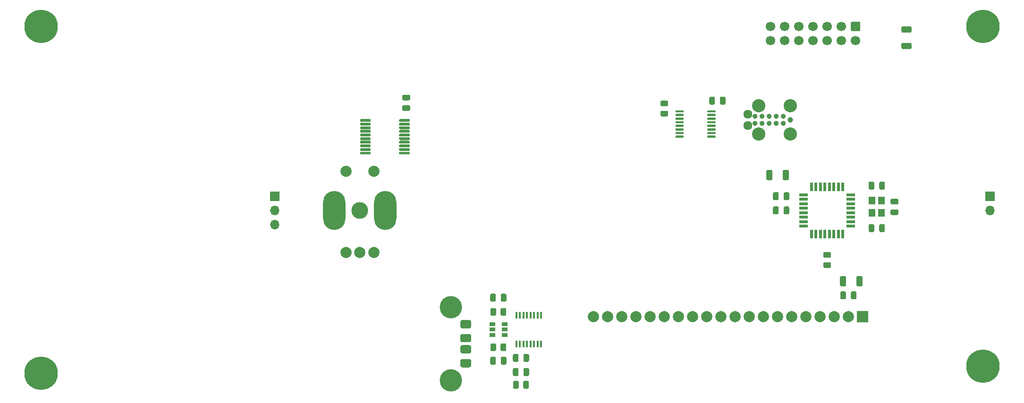
<source format=gbr>
%TF.GenerationSoftware,KiCad,Pcbnew,(5.1.8-0-10_14)*%
%TF.CreationDate,2021-12-04T19:42:54-08:00*%
%TF.ProjectId,Control,436f6e74-726f-46c2-9e6b-696361645f70,rev?*%
%TF.SameCoordinates,Original*%
%TF.FileFunction,Soldermask,Top*%
%TF.FilePolarity,Negative*%
%FSLAX46Y46*%
G04 Gerber Fmt 4.6, Leading zero omitted, Abs format (unit mm)*
G04 Created by KiCad (PCBNEW (5.1.8-0-10_14)) date 2021-12-04 19:42:54*
%MOMM*%
%LPD*%
G01*
G04 APERTURE LIST*
%ADD10C,3.000000*%
%ADD11O,4.000000X7.000000*%
%ADD12C,2.000000*%
%ADD13C,0.800000*%
%ADD14C,6.000000*%
%ADD15C,4.000000*%
%ADD16R,0.550000X1.600000*%
%ADD17R,1.600000X0.550000*%
%ADD18R,1.200000X1.400000*%
%ADD19R,1.060000X0.650000*%
%ADD20R,0.400000X1.200000*%
%ADD21O,1.700000X1.700000*%
%ADD22R,1.700000X1.700000*%
%ADD23C,1.700000*%
%ADD24C,0.990600*%
%ADD25C,2.374900*%
%ADD26C,1.612900*%
%ADD27R,2.000000X2.000000*%
G04 APERTURE END LIST*
D10*
%TO.C,SW1*%
X116840000Y-101600000D03*
D11*
X112290000Y-101600000D03*
X121390000Y-101600000D03*
D12*
X114340000Y-94600000D03*
X119340000Y-94600000D03*
X119340000Y-109100000D03*
X114340000Y-109100000D03*
X116840000Y-109100000D03*
%TD*%
D13*
%TO.C,H4*%
X230190990Y-127949010D03*
X228600000Y-127290000D03*
X227009010Y-127949010D03*
X226350000Y-129540000D03*
X227009010Y-131130990D03*
X228600000Y-131790000D03*
X230190990Y-131130990D03*
X230850000Y-129540000D03*
D14*
X228600000Y-129540000D03*
%TD*%
D13*
%TO.C,H3*%
X61280990Y-129219010D03*
X59690000Y-128560000D03*
X58099010Y-129219010D03*
X57440000Y-130810000D03*
X58099010Y-132400990D03*
X59690000Y-133060000D03*
X61280990Y-132400990D03*
X61940000Y-130810000D03*
D14*
X59690000Y-130810000D03*
%TD*%
D13*
%TO.C,H2*%
X230190990Y-66989010D03*
X228600000Y-66330000D03*
X227009010Y-66989010D03*
X226350000Y-68580000D03*
X227009010Y-70170990D03*
X228600000Y-70830000D03*
X230190990Y-70170990D03*
X230850000Y-68580000D03*
D14*
X228600000Y-68580000D03*
%TD*%
D13*
%TO.C,H1*%
X61280990Y-66989010D03*
X59690000Y-66330000D03*
X58099010Y-66989010D03*
X57440000Y-68580000D03*
X58099010Y-70170990D03*
X59690000Y-70830000D03*
X61280990Y-70170990D03*
X61940000Y-68580000D03*
D14*
X59690000Y-68580000D03*
%TD*%
D15*
%TO.C,USB1*%
X133134000Y-118943000D03*
X133134000Y-132083000D03*
G36*
G01*
X135219000Y-128263000D02*
X136469000Y-128263000D01*
G75*
G02*
X136844000Y-128638000I0J-375000D01*
G01*
X136844000Y-129388000D01*
G75*
G02*
X136469000Y-129763000I-375000J0D01*
G01*
X135219000Y-129763000D01*
G75*
G02*
X134844000Y-129388000I0J375000D01*
G01*
X134844000Y-128638000D01*
G75*
G02*
X135219000Y-128263000I375000J0D01*
G01*
G37*
G36*
G01*
X135219000Y-125763000D02*
X136469000Y-125763000D01*
G75*
G02*
X136844000Y-126138000I0J-375000D01*
G01*
X136844000Y-126888000D01*
G75*
G02*
X136469000Y-127263000I-375000J0D01*
G01*
X135219000Y-127263000D01*
G75*
G02*
X134844000Y-126888000I0J375000D01*
G01*
X134844000Y-126138000D01*
G75*
G02*
X135219000Y-125763000I375000J0D01*
G01*
G37*
G36*
G01*
X135219000Y-123763000D02*
X136469000Y-123763000D01*
G75*
G02*
X136844000Y-124138000I0J-375000D01*
G01*
X136844000Y-124888000D01*
G75*
G02*
X136469000Y-125263000I-375000J0D01*
G01*
X135219000Y-125263000D01*
G75*
G02*
X134844000Y-124888000I0J375000D01*
G01*
X134844000Y-124138000D01*
G75*
G02*
X135219000Y-123763000I375000J0D01*
G01*
G37*
G36*
G01*
X135219000Y-121263000D02*
X136469000Y-121263000D01*
G75*
G02*
X136844000Y-121638000I0J-375000D01*
G01*
X136844000Y-122388000D01*
G75*
G02*
X136469000Y-122763000I-375000J0D01*
G01*
X135219000Y-122763000D01*
G75*
G02*
X134844000Y-122388000I0J375000D01*
G01*
X134844000Y-121638000D01*
G75*
G02*
X135219000Y-121263000I375000J0D01*
G01*
G37*
%TD*%
%TO.C,C10*%
G36*
G01*
X124685000Y-82746000D02*
X125635000Y-82746000D01*
G75*
G02*
X125885000Y-82996000I0J-250000D01*
G01*
X125885000Y-83496000D01*
G75*
G02*
X125635000Y-83746000I-250000J0D01*
G01*
X124685000Y-83746000D01*
G75*
G02*
X124435000Y-83496000I0J250000D01*
G01*
X124435000Y-82996000D01*
G75*
G02*
X124685000Y-82746000I250000J0D01*
G01*
G37*
G36*
G01*
X124685000Y-80846000D02*
X125635000Y-80846000D01*
G75*
G02*
X125885000Y-81096000I0J-250000D01*
G01*
X125885000Y-81596000D01*
G75*
G02*
X125635000Y-81846000I-250000J0D01*
G01*
X124685000Y-81846000D01*
G75*
G02*
X124435000Y-81596000I0J250000D01*
G01*
X124435000Y-81096000D01*
G75*
G02*
X124685000Y-80846000I250000J0D01*
G01*
G37*
%TD*%
%TO.C,U3*%
G36*
G01*
X123900000Y-85592000D02*
X123900000Y-85342000D01*
G75*
G02*
X124025000Y-85217000I125000J0D01*
G01*
X125675000Y-85217000D01*
G75*
G02*
X125800000Y-85342000I0J-125000D01*
G01*
X125800000Y-85592000D01*
G75*
G02*
X125675000Y-85717000I-125000J0D01*
G01*
X124025000Y-85717000D01*
G75*
G02*
X123900000Y-85592000I0J125000D01*
G01*
G37*
G36*
G01*
X123900000Y-86242000D02*
X123900000Y-85992000D01*
G75*
G02*
X124025000Y-85867000I125000J0D01*
G01*
X125675000Y-85867000D01*
G75*
G02*
X125800000Y-85992000I0J-125000D01*
G01*
X125800000Y-86242000D01*
G75*
G02*
X125675000Y-86367000I-125000J0D01*
G01*
X124025000Y-86367000D01*
G75*
G02*
X123900000Y-86242000I0J125000D01*
G01*
G37*
G36*
G01*
X123900000Y-86892000D02*
X123900000Y-86642000D01*
G75*
G02*
X124025000Y-86517000I125000J0D01*
G01*
X125675000Y-86517000D01*
G75*
G02*
X125800000Y-86642000I0J-125000D01*
G01*
X125800000Y-86892000D01*
G75*
G02*
X125675000Y-87017000I-125000J0D01*
G01*
X124025000Y-87017000D01*
G75*
G02*
X123900000Y-86892000I0J125000D01*
G01*
G37*
G36*
G01*
X123900000Y-87542000D02*
X123900000Y-87292000D01*
G75*
G02*
X124025000Y-87167000I125000J0D01*
G01*
X125675000Y-87167000D01*
G75*
G02*
X125800000Y-87292000I0J-125000D01*
G01*
X125800000Y-87542000D01*
G75*
G02*
X125675000Y-87667000I-125000J0D01*
G01*
X124025000Y-87667000D01*
G75*
G02*
X123900000Y-87542000I0J125000D01*
G01*
G37*
G36*
G01*
X123900000Y-88192000D02*
X123900000Y-87942000D01*
G75*
G02*
X124025000Y-87817000I125000J0D01*
G01*
X125675000Y-87817000D01*
G75*
G02*
X125800000Y-87942000I0J-125000D01*
G01*
X125800000Y-88192000D01*
G75*
G02*
X125675000Y-88317000I-125000J0D01*
G01*
X124025000Y-88317000D01*
G75*
G02*
X123900000Y-88192000I0J125000D01*
G01*
G37*
G36*
G01*
X123900000Y-88842000D02*
X123900000Y-88592000D01*
G75*
G02*
X124025000Y-88467000I125000J0D01*
G01*
X125675000Y-88467000D01*
G75*
G02*
X125800000Y-88592000I0J-125000D01*
G01*
X125800000Y-88842000D01*
G75*
G02*
X125675000Y-88967000I-125000J0D01*
G01*
X124025000Y-88967000D01*
G75*
G02*
X123900000Y-88842000I0J125000D01*
G01*
G37*
G36*
G01*
X123900000Y-89492000D02*
X123900000Y-89242000D01*
G75*
G02*
X124025000Y-89117000I125000J0D01*
G01*
X125675000Y-89117000D01*
G75*
G02*
X125800000Y-89242000I0J-125000D01*
G01*
X125800000Y-89492000D01*
G75*
G02*
X125675000Y-89617000I-125000J0D01*
G01*
X124025000Y-89617000D01*
G75*
G02*
X123900000Y-89492000I0J125000D01*
G01*
G37*
G36*
G01*
X123900000Y-90142000D02*
X123900000Y-89892000D01*
G75*
G02*
X124025000Y-89767000I125000J0D01*
G01*
X125675000Y-89767000D01*
G75*
G02*
X125800000Y-89892000I0J-125000D01*
G01*
X125800000Y-90142000D01*
G75*
G02*
X125675000Y-90267000I-125000J0D01*
G01*
X124025000Y-90267000D01*
G75*
G02*
X123900000Y-90142000I0J125000D01*
G01*
G37*
G36*
G01*
X123900000Y-90792000D02*
X123900000Y-90542000D01*
G75*
G02*
X124025000Y-90417000I125000J0D01*
G01*
X125675000Y-90417000D01*
G75*
G02*
X125800000Y-90542000I0J-125000D01*
G01*
X125800000Y-90792000D01*
G75*
G02*
X125675000Y-90917000I-125000J0D01*
G01*
X124025000Y-90917000D01*
G75*
G02*
X123900000Y-90792000I0J125000D01*
G01*
G37*
G36*
G01*
X123900000Y-91442000D02*
X123900000Y-91192000D01*
G75*
G02*
X124025000Y-91067000I125000J0D01*
G01*
X125675000Y-91067000D01*
G75*
G02*
X125800000Y-91192000I0J-125000D01*
G01*
X125800000Y-91442000D01*
G75*
G02*
X125675000Y-91567000I-125000J0D01*
G01*
X124025000Y-91567000D01*
G75*
G02*
X123900000Y-91442000I0J125000D01*
G01*
G37*
G36*
G01*
X116900000Y-91442000D02*
X116900000Y-91192000D01*
G75*
G02*
X117025000Y-91067000I125000J0D01*
G01*
X118675000Y-91067000D01*
G75*
G02*
X118800000Y-91192000I0J-125000D01*
G01*
X118800000Y-91442000D01*
G75*
G02*
X118675000Y-91567000I-125000J0D01*
G01*
X117025000Y-91567000D01*
G75*
G02*
X116900000Y-91442000I0J125000D01*
G01*
G37*
G36*
G01*
X116900000Y-90792000D02*
X116900000Y-90542000D01*
G75*
G02*
X117025000Y-90417000I125000J0D01*
G01*
X118675000Y-90417000D01*
G75*
G02*
X118800000Y-90542000I0J-125000D01*
G01*
X118800000Y-90792000D01*
G75*
G02*
X118675000Y-90917000I-125000J0D01*
G01*
X117025000Y-90917000D01*
G75*
G02*
X116900000Y-90792000I0J125000D01*
G01*
G37*
G36*
G01*
X116900000Y-90142000D02*
X116900000Y-89892000D01*
G75*
G02*
X117025000Y-89767000I125000J0D01*
G01*
X118675000Y-89767000D01*
G75*
G02*
X118800000Y-89892000I0J-125000D01*
G01*
X118800000Y-90142000D01*
G75*
G02*
X118675000Y-90267000I-125000J0D01*
G01*
X117025000Y-90267000D01*
G75*
G02*
X116900000Y-90142000I0J125000D01*
G01*
G37*
G36*
G01*
X116900000Y-89492000D02*
X116900000Y-89242000D01*
G75*
G02*
X117025000Y-89117000I125000J0D01*
G01*
X118675000Y-89117000D01*
G75*
G02*
X118800000Y-89242000I0J-125000D01*
G01*
X118800000Y-89492000D01*
G75*
G02*
X118675000Y-89617000I-125000J0D01*
G01*
X117025000Y-89617000D01*
G75*
G02*
X116900000Y-89492000I0J125000D01*
G01*
G37*
G36*
G01*
X116900000Y-88842000D02*
X116900000Y-88592000D01*
G75*
G02*
X117025000Y-88467000I125000J0D01*
G01*
X118675000Y-88467000D01*
G75*
G02*
X118800000Y-88592000I0J-125000D01*
G01*
X118800000Y-88842000D01*
G75*
G02*
X118675000Y-88967000I-125000J0D01*
G01*
X117025000Y-88967000D01*
G75*
G02*
X116900000Y-88842000I0J125000D01*
G01*
G37*
G36*
G01*
X116900000Y-88192000D02*
X116900000Y-87942000D01*
G75*
G02*
X117025000Y-87817000I125000J0D01*
G01*
X118675000Y-87817000D01*
G75*
G02*
X118800000Y-87942000I0J-125000D01*
G01*
X118800000Y-88192000D01*
G75*
G02*
X118675000Y-88317000I-125000J0D01*
G01*
X117025000Y-88317000D01*
G75*
G02*
X116900000Y-88192000I0J125000D01*
G01*
G37*
G36*
G01*
X116900000Y-87542000D02*
X116900000Y-87292000D01*
G75*
G02*
X117025000Y-87167000I125000J0D01*
G01*
X118675000Y-87167000D01*
G75*
G02*
X118800000Y-87292000I0J-125000D01*
G01*
X118800000Y-87542000D01*
G75*
G02*
X118675000Y-87667000I-125000J0D01*
G01*
X117025000Y-87667000D01*
G75*
G02*
X116900000Y-87542000I0J125000D01*
G01*
G37*
G36*
G01*
X116900000Y-86892000D02*
X116900000Y-86642000D01*
G75*
G02*
X117025000Y-86517000I125000J0D01*
G01*
X118675000Y-86517000D01*
G75*
G02*
X118800000Y-86642000I0J-125000D01*
G01*
X118800000Y-86892000D01*
G75*
G02*
X118675000Y-87017000I-125000J0D01*
G01*
X117025000Y-87017000D01*
G75*
G02*
X116900000Y-86892000I0J125000D01*
G01*
G37*
G36*
G01*
X116900000Y-86242000D02*
X116900000Y-85992000D01*
G75*
G02*
X117025000Y-85867000I125000J0D01*
G01*
X118675000Y-85867000D01*
G75*
G02*
X118800000Y-85992000I0J-125000D01*
G01*
X118800000Y-86242000D01*
G75*
G02*
X118675000Y-86367000I-125000J0D01*
G01*
X117025000Y-86367000D01*
G75*
G02*
X116900000Y-86242000I0J125000D01*
G01*
G37*
G36*
G01*
X116900000Y-85592000D02*
X116900000Y-85342000D01*
G75*
G02*
X117025000Y-85217000I125000J0D01*
G01*
X118675000Y-85217000D01*
G75*
G02*
X118800000Y-85342000I0J-125000D01*
G01*
X118800000Y-85592000D01*
G75*
G02*
X118675000Y-85717000I-125000J0D01*
G01*
X117025000Y-85717000D01*
G75*
G02*
X116900000Y-85592000I0J125000D01*
G01*
G37*
%TD*%
%TO.C,C15*%
G36*
G01*
X210000000Y-105250000D02*
X210000000Y-104300000D01*
G75*
G02*
X210250000Y-104050000I250000J0D01*
G01*
X210750000Y-104050000D01*
G75*
G02*
X211000000Y-104300000I0J-250000D01*
G01*
X211000000Y-105250000D01*
G75*
G02*
X210750000Y-105500000I-250000J0D01*
G01*
X210250000Y-105500000D01*
G75*
G02*
X210000000Y-105250000I0J250000D01*
G01*
G37*
G36*
G01*
X208100000Y-105250000D02*
X208100000Y-104300000D01*
G75*
G02*
X208350000Y-104050000I250000J0D01*
G01*
X208850000Y-104050000D01*
G75*
G02*
X209100000Y-104300000I0J-250000D01*
G01*
X209100000Y-105250000D01*
G75*
G02*
X208850000Y-105500000I-250000J0D01*
G01*
X208350000Y-105500000D01*
G75*
G02*
X208100000Y-105250000I0J250000D01*
G01*
G37*
%TD*%
D16*
%TO.C,U4*%
X203460000Y-105850000D03*
X202660000Y-105850000D03*
X201860000Y-105850000D03*
X201060000Y-105850000D03*
X200260000Y-105850000D03*
X199460000Y-105850000D03*
X198660000Y-105850000D03*
X197860000Y-105850000D03*
D17*
X196410000Y-104400000D03*
X196410000Y-103600000D03*
X196410000Y-102800000D03*
X196410000Y-102000000D03*
X196410000Y-101200000D03*
X196410000Y-100400000D03*
X196410000Y-99600000D03*
X196410000Y-98800000D03*
D16*
X197860000Y-97350000D03*
X198660000Y-97350000D03*
X199460000Y-97350000D03*
X200260000Y-97350000D03*
X201060000Y-97350000D03*
X201860000Y-97350000D03*
X202660000Y-97350000D03*
X203460000Y-97350000D03*
D17*
X204910000Y-98800000D03*
X204910000Y-99600000D03*
X204910000Y-100400000D03*
X204910000Y-101200000D03*
X204910000Y-102000000D03*
X204910000Y-102800000D03*
X204910000Y-103600000D03*
X204910000Y-104400000D03*
%TD*%
D18*
%TO.C,Y1*%
X208700000Y-102065000D03*
X208700000Y-99865000D03*
X210400000Y-99865000D03*
X210400000Y-102065000D03*
%TD*%
D19*
%TO.C,U5*%
X140586000Y-122973000D03*
X140586000Y-123923000D03*
X140586000Y-122023000D03*
X142786000Y-122023000D03*
X142786000Y-122973000D03*
X142786000Y-123923000D03*
%TD*%
D20*
%TO.C,U2*%
X149369500Y-125573000D03*
X148734500Y-125573000D03*
X148099500Y-125573000D03*
X147464500Y-125573000D03*
X146829500Y-125573000D03*
X146194500Y-125573000D03*
X145559500Y-125573000D03*
X144924500Y-125573000D03*
X144924500Y-120373000D03*
X145559500Y-120373000D03*
X146194500Y-120373000D03*
X146829500Y-120373000D03*
X147464500Y-120373000D03*
X148099500Y-120373000D03*
X148734500Y-120373000D03*
X149369500Y-120373000D03*
%TD*%
%TO.C,U1*%
G36*
G01*
X179163000Y-83931000D02*
X179163000Y-83731000D01*
G75*
G02*
X179263000Y-83631000I100000J0D01*
G01*
X180538000Y-83631000D01*
G75*
G02*
X180638000Y-83731000I0J-100000D01*
G01*
X180638000Y-83931000D01*
G75*
G02*
X180538000Y-84031000I-100000J0D01*
G01*
X179263000Y-84031000D01*
G75*
G02*
X179163000Y-83931000I0J100000D01*
G01*
G37*
G36*
G01*
X179163000Y-84581000D02*
X179163000Y-84381000D01*
G75*
G02*
X179263000Y-84281000I100000J0D01*
G01*
X180538000Y-84281000D01*
G75*
G02*
X180638000Y-84381000I0J-100000D01*
G01*
X180638000Y-84581000D01*
G75*
G02*
X180538000Y-84681000I-100000J0D01*
G01*
X179263000Y-84681000D01*
G75*
G02*
X179163000Y-84581000I0J100000D01*
G01*
G37*
G36*
G01*
X179163000Y-85231000D02*
X179163000Y-85031000D01*
G75*
G02*
X179263000Y-84931000I100000J0D01*
G01*
X180538000Y-84931000D01*
G75*
G02*
X180638000Y-85031000I0J-100000D01*
G01*
X180638000Y-85231000D01*
G75*
G02*
X180538000Y-85331000I-100000J0D01*
G01*
X179263000Y-85331000D01*
G75*
G02*
X179163000Y-85231000I0J100000D01*
G01*
G37*
G36*
G01*
X179163000Y-85881000D02*
X179163000Y-85681000D01*
G75*
G02*
X179263000Y-85581000I100000J0D01*
G01*
X180538000Y-85581000D01*
G75*
G02*
X180638000Y-85681000I0J-100000D01*
G01*
X180638000Y-85881000D01*
G75*
G02*
X180538000Y-85981000I-100000J0D01*
G01*
X179263000Y-85981000D01*
G75*
G02*
X179163000Y-85881000I0J100000D01*
G01*
G37*
G36*
G01*
X179163000Y-86531000D02*
X179163000Y-86331000D01*
G75*
G02*
X179263000Y-86231000I100000J0D01*
G01*
X180538000Y-86231000D01*
G75*
G02*
X180638000Y-86331000I0J-100000D01*
G01*
X180638000Y-86531000D01*
G75*
G02*
X180538000Y-86631000I-100000J0D01*
G01*
X179263000Y-86631000D01*
G75*
G02*
X179163000Y-86531000I0J100000D01*
G01*
G37*
G36*
G01*
X179163000Y-87181000D02*
X179163000Y-86981000D01*
G75*
G02*
X179263000Y-86881000I100000J0D01*
G01*
X180538000Y-86881000D01*
G75*
G02*
X180638000Y-86981000I0J-100000D01*
G01*
X180638000Y-87181000D01*
G75*
G02*
X180538000Y-87281000I-100000J0D01*
G01*
X179263000Y-87281000D01*
G75*
G02*
X179163000Y-87181000I0J100000D01*
G01*
G37*
G36*
G01*
X179163000Y-87831000D02*
X179163000Y-87631000D01*
G75*
G02*
X179263000Y-87531000I100000J0D01*
G01*
X180538000Y-87531000D01*
G75*
G02*
X180638000Y-87631000I0J-100000D01*
G01*
X180638000Y-87831000D01*
G75*
G02*
X180538000Y-87931000I-100000J0D01*
G01*
X179263000Y-87931000D01*
G75*
G02*
X179163000Y-87831000I0J100000D01*
G01*
G37*
G36*
G01*
X179163000Y-88481000D02*
X179163000Y-88281000D01*
G75*
G02*
X179263000Y-88181000I100000J0D01*
G01*
X180538000Y-88181000D01*
G75*
G02*
X180638000Y-88281000I0J-100000D01*
G01*
X180638000Y-88481000D01*
G75*
G02*
X180538000Y-88581000I-100000J0D01*
G01*
X179263000Y-88581000D01*
G75*
G02*
X179163000Y-88481000I0J100000D01*
G01*
G37*
G36*
G01*
X173438000Y-88481000D02*
X173438000Y-88281000D01*
G75*
G02*
X173538000Y-88181000I100000J0D01*
G01*
X174813000Y-88181000D01*
G75*
G02*
X174913000Y-88281000I0J-100000D01*
G01*
X174913000Y-88481000D01*
G75*
G02*
X174813000Y-88581000I-100000J0D01*
G01*
X173538000Y-88581000D01*
G75*
G02*
X173438000Y-88481000I0J100000D01*
G01*
G37*
G36*
G01*
X173438000Y-87831000D02*
X173438000Y-87631000D01*
G75*
G02*
X173538000Y-87531000I100000J0D01*
G01*
X174813000Y-87531000D01*
G75*
G02*
X174913000Y-87631000I0J-100000D01*
G01*
X174913000Y-87831000D01*
G75*
G02*
X174813000Y-87931000I-100000J0D01*
G01*
X173538000Y-87931000D01*
G75*
G02*
X173438000Y-87831000I0J100000D01*
G01*
G37*
G36*
G01*
X173438000Y-87181000D02*
X173438000Y-86981000D01*
G75*
G02*
X173538000Y-86881000I100000J0D01*
G01*
X174813000Y-86881000D01*
G75*
G02*
X174913000Y-86981000I0J-100000D01*
G01*
X174913000Y-87181000D01*
G75*
G02*
X174813000Y-87281000I-100000J0D01*
G01*
X173538000Y-87281000D01*
G75*
G02*
X173438000Y-87181000I0J100000D01*
G01*
G37*
G36*
G01*
X173438000Y-86531000D02*
X173438000Y-86331000D01*
G75*
G02*
X173538000Y-86231000I100000J0D01*
G01*
X174813000Y-86231000D01*
G75*
G02*
X174913000Y-86331000I0J-100000D01*
G01*
X174913000Y-86531000D01*
G75*
G02*
X174813000Y-86631000I-100000J0D01*
G01*
X173538000Y-86631000D01*
G75*
G02*
X173438000Y-86531000I0J100000D01*
G01*
G37*
G36*
G01*
X173438000Y-85881000D02*
X173438000Y-85681000D01*
G75*
G02*
X173538000Y-85581000I100000J0D01*
G01*
X174813000Y-85581000D01*
G75*
G02*
X174913000Y-85681000I0J-100000D01*
G01*
X174913000Y-85881000D01*
G75*
G02*
X174813000Y-85981000I-100000J0D01*
G01*
X173538000Y-85981000D01*
G75*
G02*
X173438000Y-85881000I0J100000D01*
G01*
G37*
G36*
G01*
X173438000Y-85231000D02*
X173438000Y-85031000D01*
G75*
G02*
X173538000Y-84931000I100000J0D01*
G01*
X174813000Y-84931000D01*
G75*
G02*
X174913000Y-85031000I0J-100000D01*
G01*
X174913000Y-85231000D01*
G75*
G02*
X174813000Y-85331000I-100000J0D01*
G01*
X173538000Y-85331000D01*
G75*
G02*
X173438000Y-85231000I0J100000D01*
G01*
G37*
G36*
G01*
X173438000Y-84581000D02*
X173438000Y-84381000D01*
G75*
G02*
X173538000Y-84281000I100000J0D01*
G01*
X174813000Y-84281000D01*
G75*
G02*
X174913000Y-84381000I0J-100000D01*
G01*
X174913000Y-84581000D01*
G75*
G02*
X174813000Y-84681000I-100000J0D01*
G01*
X173538000Y-84681000D01*
G75*
G02*
X173438000Y-84581000I0J100000D01*
G01*
G37*
G36*
G01*
X173438000Y-83931000D02*
X173438000Y-83731000D01*
G75*
G02*
X173538000Y-83631000I100000J0D01*
G01*
X174813000Y-83631000D01*
G75*
G02*
X174913000Y-83731000I0J-100000D01*
G01*
X174913000Y-83931000D01*
G75*
G02*
X174813000Y-84031000I-100000J0D01*
G01*
X173538000Y-84031000D01*
G75*
G02*
X173438000Y-83931000I0J100000D01*
G01*
G37*
%TD*%
D21*
%TO.C,SW3*%
X101600000Y-104140000D03*
X101600000Y-101600000D03*
D22*
X101600000Y-99060000D03*
%TD*%
D21*
%TO.C,SW2*%
X229870000Y-101600000D03*
D22*
X229870000Y-99060000D03*
%TD*%
%TO.C,R7*%
G36*
G01*
X142086000Y-126598001D02*
X142086000Y-125697999D01*
G75*
G02*
X142335999Y-125448000I249999J0D01*
G01*
X142861001Y-125448000D01*
G75*
G02*
X143111000Y-125697999I0J-249999D01*
G01*
X143111000Y-126598001D01*
G75*
G02*
X142861001Y-126848000I-249999J0D01*
G01*
X142335999Y-126848000D01*
G75*
G02*
X142086000Y-126598001I0J249999D01*
G01*
G37*
G36*
G01*
X140261000Y-126598001D02*
X140261000Y-125697999D01*
G75*
G02*
X140510999Y-125448000I249999J0D01*
G01*
X141036001Y-125448000D01*
G75*
G02*
X141286000Y-125697999I0J-249999D01*
G01*
X141286000Y-126598001D01*
G75*
G02*
X141036001Y-126848000I-249999J0D01*
G01*
X140510999Y-126848000D01*
G75*
G02*
X140261000Y-126598001I0J249999D01*
G01*
G37*
%TD*%
%TO.C,R6*%
G36*
G01*
X142086000Y-120248001D02*
X142086000Y-119347999D01*
G75*
G02*
X142335999Y-119098000I249999J0D01*
G01*
X142861001Y-119098000D01*
G75*
G02*
X143111000Y-119347999I0J-249999D01*
G01*
X143111000Y-120248001D01*
G75*
G02*
X142861001Y-120498000I-249999J0D01*
G01*
X142335999Y-120498000D01*
G75*
G02*
X142086000Y-120248001I0J249999D01*
G01*
G37*
G36*
G01*
X140261000Y-120248001D02*
X140261000Y-119347999D01*
G75*
G02*
X140510999Y-119098000I249999J0D01*
G01*
X141036001Y-119098000D01*
G75*
G02*
X141286000Y-119347999I0J-249999D01*
G01*
X141286000Y-120248001D01*
G75*
G02*
X141036001Y-120498000I-249999J0D01*
G01*
X140510999Y-120498000D01*
G75*
G02*
X140261000Y-120248001I0J249999D01*
G01*
G37*
%TD*%
%TO.C,R3*%
G36*
G01*
X201110001Y-110090000D02*
X200209999Y-110090000D01*
G75*
G02*
X199960000Y-109840001I0J249999D01*
G01*
X199960000Y-109314999D01*
G75*
G02*
X200209999Y-109065000I249999J0D01*
G01*
X201110001Y-109065000D01*
G75*
G02*
X201360000Y-109314999I0J-249999D01*
G01*
X201360000Y-109840001D01*
G75*
G02*
X201110001Y-110090000I-249999J0D01*
G01*
G37*
G36*
G01*
X201110001Y-111915000D02*
X200209999Y-111915000D01*
G75*
G02*
X199960000Y-111665001I0J249999D01*
G01*
X199960000Y-111139999D01*
G75*
G02*
X200209999Y-110890000I249999J0D01*
G01*
X201110001Y-110890000D01*
G75*
G02*
X201360000Y-111139999I0J-249999D01*
G01*
X201360000Y-111665001D01*
G75*
G02*
X201110001Y-111915000I-249999J0D01*
G01*
G37*
%TD*%
%TO.C,R2*%
G36*
G01*
X146150000Y-133329001D02*
X146150000Y-132428999D01*
G75*
G02*
X146399999Y-132179000I249999J0D01*
G01*
X146925001Y-132179000D01*
G75*
G02*
X147175000Y-132428999I0J-249999D01*
G01*
X147175000Y-133329001D01*
G75*
G02*
X146925001Y-133579000I-249999J0D01*
G01*
X146399999Y-133579000D01*
G75*
G02*
X146150000Y-133329001I0J249999D01*
G01*
G37*
G36*
G01*
X144325000Y-133329001D02*
X144325000Y-132428999D01*
G75*
G02*
X144574999Y-132179000I249999J0D01*
G01*
X145100001Y-132179000D01*
G75*
G02*
X145350000Y-132428999I0J-249999D01*
G01*
X145350000Y-133329001D01*
G75*
G02*
X145100001Y-133579000I-249999J0D01*
G01*
X144574999Y-133579000D01*
G75*
G02*
X144325000Y-133329001I0J249999D01*
G01*
G37*
%TD*%
%TO.C,R1*%
G36*
G01*
X171900001Y-82912000D02*
X170999999Y-82912000D01*
G75*
G02*
X170750000Y-82662001I0J249999D01*
G01*
X170750000Y-82136999D01*
G75*
G02*
X170999999Y-81887000I249999J0D01*
G01*
X171900001Y-81887000D01*
G75*
G02*
X172150000Y-82136999I0J-249999D01*
G01*
X172150000Y-82662001D01*
G75*
G02*
X171900001Y-82912000I-249999J0D01*
G01*
G37*
G36*
G01*
X171900001Y-84737000D02*
X170999999Y-84737000D01*
G75*
G02*
X170750000Y-84487001I0J249999D01*
G01*
X170750000Y-83961999D01*
G75*
G02*
X170999999Y-83712000I249999J0D01*
G01*
X171900001Y-83712000D01*
G75*
G02*
X172150000Y-83961999I0J-249999D01*
G01*
X172150000Y-84487001D01*
G75*
G02*
X171900001Y-84737000I-249999J0D01*
G01*
G37*
%TD*%
D23*
%TO.C,MCU1*%
X190500000Y-71120000D03*
X193040000Y-71120000D03*
X195580000Y-71120000D03*
X198120000Y-71120000D03*
X200660000Y-71120000D03*
X203200000Y-71120000D03*
X205740000Y-71120000D03*
X190500000Y-68580000D03*
X193040000Y-68580000D03*
X195580000Y-68580000D03*
X198120000Y-68580000D03*
X200660000Y-68580000D03*
X203200000Y-68580000D03*
G36*
G01*
X205140000Y-67730000D02*
X206340000Y-67730000D01*
G75*
G02*
X206590000Y-67980000I0J-250000D01*
G01*
X206590000Y-69180000D01*
G75*
G02*
X206340000Y-69430000I-250000J0D01*
G01*
X205140000Y-69430000D01*
G75*
G02*
X204890000Y-69180000I0J250000D01*
G01*
X204890000Y-67980000D01*
G75*
G02*
X205140000Y-67730000I250000J0D01*
G01*
G37*
%TD*%
%TO.C,ISP1*%
G36*
G01*
X193243200Y-85979000D02*
X193243200Y-85979000D01*
G75*
G02*
X192786000Y-86436200I-457200J0D01*
G01*
X192786000Y-86436200D01*
G75*
G02*
X192328800Y-85979000I0J457200D01*
G01*
X192328800Y-85979000D01*
G75*
G02*
X192786000Y-85521800I457200J0D01*
G01*
X192786000Y-85521800D01*
G75*
G02*
X193243200Y-85979000I0J-457200D01*
G01*
G37*
D24*
X194056000Y-85344000D03*
G36*
G01*
X193243200Y-84709000D02*
X193243200Y-84709000D01*
G75*
G02*
X192786000Y-85166200I-457200J0D01*
G01*
X192786000Y-85166200D01*
G75*
G02*
X192328800Y-84709000I0J457200D01*
G01*
X192328800Y-84709000D01*
G75*
G02*
X192786000Y-84251800I457200J0D01*
G01*
X192786000Y-84251800D01*
G75*
G02*
X193243200Y-84709000I0J-457200D01*
G01*
G37*
G36*
G01*
X191973200Y-85979000D02*
X191973200Y-85979000D01*
G75*
G02*
X191516000Y-86436200I-457200J0D01*
G01*
X191516000Y-86436200D01*
G75*
G02*
X191058800Y-85979000I0J457200D01*
G01*
X191058800Y-85979000D01*
G75*
G02*
X191516000Y-85521800I457200J0D01*
G01*
X191516000Y-85521800D01*
G75*
G02*
X191973200Y-85979000I0J-457200D01*
G01*
G37*
G36*
G01*
X190703200Y-85979000D02*
X190703200Y-85979000D01*
G75*
G02*
X190246000Y-86436200I-457200J0D01*
G01*
X190246000Y-86436200D01*
G75*
G02*
X189788800Y-85979000I0J457200D01*
G01*
X189788800Y-85979000D01*
G75*
G02*
X190246000Y-85521800I457200J0D01*
G01*
X190246000Y-85521800D01*
G75*
G02*
X190703200Y-85979000I0J-457200D01*
G01*
G37*
G36*
G01*
X189433200Y-85979000D02*
X189433200Y-85979000D01*
G75*
G02*
X188976000Y-86436200I-457200J0D01*
G01*
X188976000Y-86436200D01*
G75*
G02*
X188518800Y-85979000I0J457200D01*
G01*
X188518800Y-85979000D01*
G75*
G02*
X188976000Y-85521800I457200J0D01*
G01*
X188976000Y-85521800D01*
G75*
G02*
X189433200Y-85979000I0J-457200D01*
G01*
G37*
G36*
G01*
X188163200Y-85979000D02*
X188163200Y-85979000D01*
G75*
G02*
X187706000Y-86436200I-457200J0D01*
G01*
X187706000Y-86436200D01*
G75*
G02*
X187248800Y-85979000I0J457200D01*
G01*
X187248800Y-85979000D01*
G75*
G02*
X187706000Y-85521800I457200J0D01*
G01*
X187706000Y-85521800D01*
G75*
G02*
X188163200Y-85979000I0J-457200D01*
G01*
G37*
G36*
G01*
X191973200Y-84709000D02*
X191973200Y-84709000D01*
G75*
G02*
X191516000Y-85166200I-457200J0D01*
G01*
X191516000Y-85166200D01*
G75*
G02*
X191058800Y-84709000I0J457200D01*
G01*
X191058800Y-84709000D01*
G75*
G02*
X191516000Y-84251800I457200J0D01*
G01*
X191516000Y-84251800D01*
G75*
G02*
X191973200Y-84709000I0J-457200D01*
G01*
G37*
G36*
G01*
X190703200Y-84709000D02*
X190703200Y-84709000D01*
G75*
G02*
X190246000Y-85166200I-457200J0D01*
G01*
X190246000Y-85166200D01*
G75*
G02*
X189788800Y-84709000I0J457200D01*
G01*
X189788800Y-84709000D01*
G75*
G02*
X190246000Y-84251800I457200J0D01*
G01*
X190246000Y-84251800D01*
G75*
G02*
X190703200Y-84709000I0J-457200D01*
G01*
G37*
G36*
G01*
X189433200Y-84709000D02*
X189433200Y-84709000D01*
G75*
G02*
X188976000Y-85166200I-457200J0D01*
G01*
X188976000Y-85166200D01*
G75*
G02*
X188518800Y-84709000I0J457200D01*
G01*
X188518800Y-84709000D01*
G75*
G02*
X188976000Y-84251800I457200J0D01*
G01*
X188976000Y-84251800D01*
G75*
G02*
X189433200Y-84709000I0J-457200D01*
G01*
G37*
G36*
G01*
X188163200Y-84709000D02*
X188163200Y-84709000D01*
G75*
G02*
X187706000Y-85166200I-457200J0D01*
G01*
X187706000Y-85166200D01*
G75*
G02*
X187248800Y-84709000I0J457200D01*
G01*
X187248800Y-84709000D01*
G75*
G02*
X187706000Y-84251800I457200J0D01*
G01*
X187706000Y-84251800D01*
G75*
G02*
X188163200Y-84709000I0J-457200D01*
G01*
G37*
D25*
X188341000Y-87884000D03*
X194056000Y-87884000D03*
X194056000Y-82804000D03*
X188341000Y-82804000D03*
D26*
X186436000Y-86360000D03*
X186436000Y-84328000D03*
%TD*%
D12*
%TO.C,DISP1*%
X158750000Y-120650000D03*
X161290000Y-120650000D03*
X163830000Y-120650000D03*
X166370000Y-120650000D03*
X168910000Y-120650000D03*
X171450000Y-120650000D03*
X173990000Y-120650000D03*
X176530000Y-120650000D03*
X179070000Y-120650000D03*
X181610000Y-120650000D03*
D27*
X207010000Y-120650000D03*
D12*
X204470000Y-120650000D03*
X201930000Y-120650000D03*
X199390000Y-120650000D03*
X196850000Y-120650000D03*
X194310000Y-120650000D03*
X191770000Y-120650000D03*
X189230000Y-120650000D03*
X186690000Y-120650000D03*
X184150000Y-120650000D03*
%TD*%
%TO.C,C14*%
G36*
G01*
X190870000Y-94599999D02*
X190870000Y-95900001D01*
G75*
G02*
X190620001Y-96150000I-249999J0D01*
G01*
X189969999Y-96150000D01*
G75*
G02*
X189720000Y-95900001I0J249999D01*
G01*
X189720000Y-94599999D01*
G75*
G02*
X189969999Y-94350000I249999J0D01*
G01*
X190620001Y-94350000D01*
G75*
G02*
X190870000Y-94599999I0J-249999D01*
G01*
G37*
G36*
G01*
X193820000Y-94599999D02*
X193820000Y-95900001D01*
G75*
G02*
X193570001Y-96150000I-249999J0D01*
G01*
X192919999Y-96150000D01*
G75*
G02*
X192670000Y-95900001I0J249999D01*
G01*
X192670000Y-94599999D01*
G75*
G02*
X192919999Y-94350000I249999J0D01*
G01*
X193570001Y-94350000D01*
G75*
G02*
X193820000Y-94599999I0J-249999D01*
G01*
G37*
%TD*%
%TO.C,C13*%
G36*
G01*
X205878000Y-114950001D02*
X205878000Y-113649999D01*
G75*
G02*
X206127999Y-113400000I249999J0D01*
G01*
X206778001Y-113400000D01*
G75*
G02*
X207028000Y-113649999I0J-249999D01*
G01*
X207028000Y-114950001D01*
G75*
G02*
X206778001Y-115200000I-249999J0D01*
G01*
X206127999Y-115200000D01*
G75*
G02*
X205878000Y-114950001I0J249999D01*
G01*
G37*
G36*
G01*
X202928000Y-114950001D02*
X202928000Y-113649999D01*
G75*
G02*
X203177999Y-113400000I249999J0D01*
G01*
X203828001Y-113400000D01*
G75*
G02*
X204078000Y-113649999I0J-249999D01*
G01*
X204078000Y-114950001D01*
G75*
G02*
X203828001Y-115200000I-249999J0D01*
G01*
X203177999Y-115200000D01*
G75*
G02*
X202928000Y-114950001I0J249999D01*
G01*
G37*
%TD*%
%TO.C,C12*%
G36*
G01*
X214233999Y-71512000D02*
X215534001Y-71512000D01*
G75*
G02*
X215784000Y-71761999I0J-249999D01*
G01*
X215784000Y-72412001D01*
G75*
G02*
X215534001Y-72662000I-249999J0D01*
G01*
X214233999Y-72662000D01*
G75*
G02*
X213984000Y-72412001I0J249999D01*
G01*
X213984000Y-71761999D01*
G75*
G02*
X214233999Y-71512000I249999J0D01*
G01*
G37*
G36*
G01*
X214233999Y-68562000D02*
X215534001Y-68562000D01*
G75*
G02*
X215784000Y-68811999I0J-249999D01*
G01*
X215784000Y-69462001D01*
G75*
G02*
X215534001Y-69712000I-249999J0D01*
G01*
X214233999Y-69712000D01*
G75*
G02*
X213984000Y-69462001I0J249999D01*
G01*
X213984000Y-68811999D01*
G75*
G02*
X214233999Y-68562000I249999J0D01*
G01*
G37*
%TD*%
%TO.C,C11*%
G36*
G01*
X192855000Y-99535000D02*
X192855000Y-98585000D01*
G75*
G02*
X193105000Y-98335000I250000J0D01*
G01*
X193605000Y-98335000D01*
G75*
G02*
X193855000Y-98585000I0J-250000D01*
G01*
X193855000Y-99535000D01*
G75*
G02*
X193605000Y-99785000I-250000J0D01*
G01*
X193105000Y-99785000D01*
G75*
G02*
X192855000Y-99535000I0J250000D01*
G01*
G37*
G36*
G01*
X190955000Y-99535000D02*
X190955000Y-98585000D01*
G75*
G02*
X191205000Y-98335000I250000J0D01*
G01*
X191705000Y-98335000D01*
G75*
G02*
X191955000Y-98585000I0J-250000D01*
G01*
X191955000Y-99535000D01*
G75*
G02*
X191705000Y-99785000I-250000J0D01*
G01*
X191205000Y-99785000D01*
G75*
G02*
X190955000Y-99535000I0J250000D01*
G01*
G37*
%TD*%
%TO.C,C9*%
G36*
G01*
X191955000Y-101125000D02*
X191955000Y-102075000D01*
G75*
G02*
X191705000Y-102325000I-250000J0D01*
G01*
X191205000Y-102325000D01*
G75*
G02*
X190955000Y-102075000I0J250000D01*
G01*
X190955000Y-101125000D01*
G75*
G02*
X191205000Y-100875000I250000J0D01*
G01*
X191705000Y-100875000D01*
G75*
G02*
X191955000Y-101125000I0J-250000D01*
G01*
G37*
G36*
G01*
X193855000Y-101125000D02*
X193855000Y-102075000D01*
G75*
G02*
X193605000Y-102325000I-250000J0D01*
G01*
X193105000Y-102325000D01*
G75*
G02*
X192855000Y-102075000I0J250000D01*
G01*
X192855000Y-101125000D01*
G75*
G02*
X193105000Y-100875000I250000J0D01*
G01*
X193605000Y-100875000D01*
G75*
G02*
X193855000Y-101125000I0J-250000D01*
G01*
G37*
%TD*%
%TO.C,C8*%
G36*
G01*
X209100000Y-96680000D02*
X209100000Y-97630000D01*
G75*
G02*
X208850000Y-97880000I-250000J0D01*
G01*
X208350000Y-97880000D01*
G75*
G02*
X208100000Y-97630000I0J250000D01*
G01*
X208100000Y-96680000D01*
G75*
G02*
X208350000Y-96430000I250000J0D01*
G01*
X208850000Y-96430000D01*
G75*
G02*
X209100000Y-96680000I0J-250000D01*
G01*
G37*
G36*
G01*
X211000000Y-96680000D02*
X211000000Y-97630000D01*
G75*
G02*
X210750000Y-97880000I-250000J0D01*
G01*
X210250000Y-97880000D01*
G75*
G02*
X210000000Y-97630000I0J250000D01*
G01*
X210000000Y-96680000D01*
G75*
G02*
X210250000Y-96430000I250000J0D01*
G01*
X210750000Y-96430000D01*
G75*
G02*
X211000000Y-96680000I0J-250000D01*
G01*
G37*
%TD*%
%TO.C,C7*%
G36*
G01*
X213200000Y-100515000D02*
X212250000Y-100515000D01*
G75*
G02*
X212000000Y-100265000I0J250000D01*
G01*
X212000000Y-99765000D01*
G75*
G02*
X212250000Y-99515000I250000J0D01*
G01*
X213200000Y-99515000D01*
G75*
G02*
X213450000Y-99765000I0J-250000D01*
G01*
X213450000Y-100265000D01*
G75*
G02*
X213200000Y-100515000I-250000J0D01*
G01*
G37*
G36*
G01*
X213200000Y-102415000D02*
X212250000Y-102415000D01*
G75*
G02*
X212000000Y-102165000I0J250000D01*
G01*
X212000000Y-101665000D01*
G75*
G02*
X212250000Y-101415000I250000J0D01*
G01*
X213200000Y-101415000D01*
G75*
G02*
X213450000Y-101665000I0J-250000D01*
G01*
X213450000Y-102165000D01*
G75*
G02*
X213200000Y-102415000I-250000J0D01*
G01*
G37*
%TD*%
%TO.C,C6*%
G36*
G01*
X145300000Y-130118000D02*
X145300000Y-131068000D01*
G75*
G02*
X145050000Y-131318000I-250000J0D01*
G01*
X144550000Y-131318000D01*
G75*
G02*
X144300000Y-131068000I0J250000D01*
G01*
X144300000Y-130118000D01*
G75*
G02*
X144550000Y-129868000I250000J0D01*
G01*
X145050000Y-129868000D01*
G75*
G02*
X145300000Y-130118000I0J-250000D01*
G01*
G37*
G36*
G01*
X147200000Y-130118000D02*
X147200000Y-131068000D01*
G75*
G02*
X146950000Y-131318000I-250000J0D01*
G01*
X146450000Y-131318000D01*
G75*
G02*
X146200000Y-131068000I0J250000D01*
G01*
X146200000Y-130118000D01*
G75*
G02*
X146450000Y-129868000I250000J0D01*
G01*
X146950000Y-129868000D01*
G75*
G02*
X147200000Y-130118000I0J-250000D01*
G01*
G37*
%TD*%
%TO.C,C5*%
G36*
G01*
X204020000Y-116365000D02*
X204020000Y-117315000D01*
G75*
G02*
X203770000Y-117565000I-250000J0D01*
G01*
X203270000Y-117565000D01*
G75*
G02*
X203020000Y-117315000I0J250000D01*
G01*
X203020000Y-116365000D01*
G75*
G02*
X203270000Y-116115000I250000J0D01*
G01*
X203770000Y-116115000D01*
G75*
G02*
X204020000Y-116365000I0J-250000D01*
G01*
G37*
G36*
G01*
X205920000Y-116365000D02*
X205920000Y-117315000D01*
G75*
G02*
X205670000Y-117565000I-250000J0D01*
G01*
X205170000Y-117565000D01*
G75*
G02*
X204920000Y-117315000I0J250000D01*
G01*
X204920000Y-116365000D01*
G75*
G02*
X205170000Y-116115000I250000J0D01*
G01*
X205670000Y-116115000D01*
G75*
G02*
X205920000Y-116365000I0J-250000D01*
G01*
G37*
%TD*%
%TO.C,C4*%
G36*
G01*
X145300000Y-127578000D02*
X145300000Y-128528000D01*
G75*
G02*
X145050000Y-128778000I-250000J0D01*
G01*
X144550000Y-128778000D01*
G75*
G02*
X144300000Y-128528000I0J250000D01*
G01*
X144300000Y-127578000D01*
G75*
G02*
X144550000Y-127328000I250000J0D01*
G01*
X145050000Y-127328000D01*
G75*
G02*
X145300000Y-127578000I0J-250000D01*
G01*
G37*
G36*
G01*
X147200000Y-127578000D02*
X147200000Y-128528000D01*
G75*
G02*
X146950000Y-128778000I-250000J0D01*
G01*
X146450000Y-128778000D01*
G75*
G02*
X146200000Y-128528000I0J250000D01*
G01*
X146200000Y-127578000D01*
G75*
G02*
X146450000Y-127328000I250000J0D01*
G01*
X146950000Y-127328000D01*
G75*
G02*
X147200000Y-127578000I0J-250000D01*
G01*
G37*
%TD*%
%TO.C,C3*%
G36*
G01*
X180525000Y-81440000D02*
X180525000Y-82390000D01*
G75*
G02*
X180275000Y-82640000I-250000J0D01*
G01*
X179775000Y-82640000D01*
G75*
G02*
X179525000Y-82390000I0J250000D01*
G01*
X179525000Y-81440000D01*
G75*
G02*
X179775000Y-81190000I250000J0D01*
G01*
X180275000Y-81190000D01*
G75*
G02*
X180525000Y-81440000I0J-250000D01*
G01*
G37*
G36*
G01*
X182425000Y-81440000D02*
X182425000Y-82390000D01*
G75*
G02*
X182175000Y-82640000I-250000J0D01*
G01*
X181675000Y-82640000D01*
G75*
G02*
X181425000Y-82390000I0J250000D01*
G01*
X181425000Y-81440000D01*
G75*
G02*
X181675000Y-81190000I250000J0D01*
G01*
X182175000Y-81190000D01*
G75*
G02*
X182425000Y-81440000I0J-250000D01*
G01*
G37*
%TD*%
%TO.C,C2*%
G36*
G01*
X141236000Y-116783000D02*
X141236000Y-117733000D01*
G75*
G02*
X140986000Y-117983000I-250000J0D01*
G01*
X140486000Y-117983000D01*
G75*
G02*
X140236000Y-117733000I0J250000D01*
G01*
X140236000Y-116783000D01*
G75*
G02*
X140486000Y-116533000I250000J0D01*
G01*
X140986000Y-116533000D01*
G75*
G02*
X141236000Y-116783000I0J-250000D01*
G01*
G37*
G36*
G01*
X143136000Y-116783000D02*
X143136000Y-117733000D01*
G75*
G02*
X142886000Y-117983000I-250000J0D01*
G01*
X142386000Y-117983000D01*
G75*
G02*
X142136000Y-117733000I0J250000D01*
G01*
X142136000Y-116783000D01*
G75*
G02*
X142386000Y-116533000I250000J0D01*
G01*
X142886000Y-116533000D01*
G75*
G02*
X143136000Y-116783000I0J-250000D01*
G01*
G37*
%TD*%
%TO.C,C1*%
G36*
G01*
X141236000Y-128086000D02*
X141236000Y-129036000D01*
G75*
G02*
X140986000Y-129286000I-250000J0D01*
G01*
X140486000Y-129286000D01*
G75*
G02*
X140236000Y-129036000I0J250000D01*
G01*
X140236000Y-128086000D01*
G75*
G02*
X140486000Y-127836000I250000J0D01*
G01*
X140986000Y-127836000D01*
G75*
G02*
X141236000Y-128086000I0J-250000D01*
G01*
G37*
G36*
G01*
X143136000Y-128086000D02*
X143136000Y-129036000D01*
G75*
G02*
X142886000Y-129286000I-250000J0D01*
G01*
X142386000Y-129286000D01*
G75*
G02*
X142136000Y-129036000I0J250000D01*
G01*
X142136000Y-128086000D01*
G75*
G02*
X142386000Y-127836000I250000J0D01*
G01*
X142886000Y-127836000D01*
G75*
G02*
X143136000Y-128086000I0J-250000D01*
G01*
G37*
%TD*%
M02*

</source>
